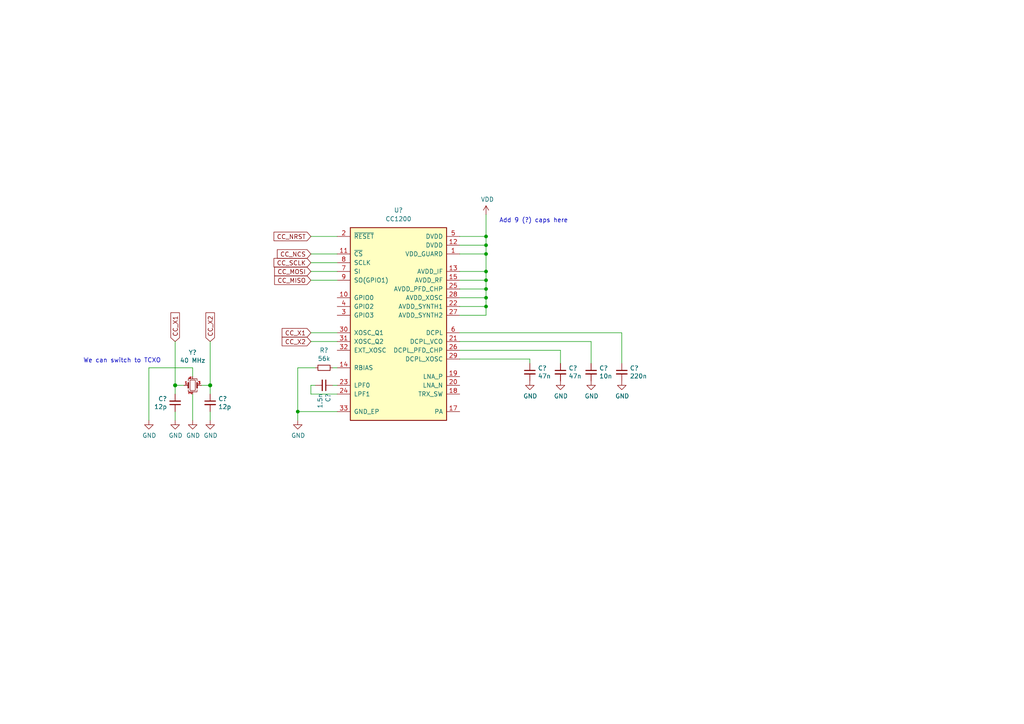
<source format=kicad_sch>
(kicad_sch (version 20211123) (generator eeschema)
  (paper "A4")
  (title_block (title "Mini17 - QRP M17 handheld") (date "2022-07-25") (rev "A") (company "M17 Project"))
  (lib_symbols
    (symbol "Device:Crystal_GND24_Small" (pin_names (offset 1.016) hide)
      (property "Reference" "Y" (at 1.27 4.445 0))
      (property "Value" "Crystal_GND24_Small" (at 1.27 2.54 0))
      (symbol "Crystal_GND24_Small_0_1"
        (rectangle (start -0.762 -1.524) (end 0.762 1.524))
        (polyline (pts (xy -1.27 -0.762) (xy -1.27 0.762)) (stroke (width 0.381)))
        (polyline (pts (xy 1.27 -0.762) (xy 1.27 0.762)) (stroke (width 0.381)))
        (polyline (pts (xy -1.27 -1.27) (xy -1.27 -1.905) (xy 1.27 -1.905) (xy 1.27 -1.27)))
        (polyline (pts (xy -1.27 1.27) (xy -1.27 1.905) (xy 1.27 1.905) (xy 1.27 1.27)))
      )
      (symbol "Crystal_GND24_Small_1_1"
        (pin passive line (at -2.54 0 0) (length 1.27) (name "1") (number "1"))
        (pin passive line (at 0 -2.54 90) (length 0.635) (name "2") (number "2"))
        (pin passive line (at 2.54 0 180) (length 1.27) (name "3") (number "3"))
        (pin passive line (at 0 2.54 270) (length 0.635) (name "4") (number "4"))
      )
    )
    (symbol "RF:CC1200" (pin_names (offset 1.016))
      (property "Reference" "U" (at -12.7 29.21 0))
      (property "Value" "CC1200" (at -10.16 -29.21 0))
      (symbol "CC1200_0_1"
        (rectangle (start -13.97 27.94) (end 13.97 -27.94) (stroke (width 0.254)) (fill (type background)))
      )
      (symbol "CC1200_1_1"
        (pin power_in line (at 17.78 20.32 180) (length 3.81) (name "VDD_GUARD") (number "1"))
        (pin bidirectional line (at -17.78 7.62 0) (length 3.81) (name "GPIO0") (number "10"))
        (pin input line (at -17.78 20.32 0) (length 3.81) (name "~{CS}") (number "11"))
        (pin power_in line (at 17.78 22.86 180) (length 3.81) (name "DVDD") (number "12"))
        (pin power_in line (at 17.78 15.24 180) (length 3.81) (name "AVDD_IF") (number "13"))
        (pin passive line (at -17.78 -12.7 0) (length 3.81) (name "RBIAS") (number "14"))
        (pin power_in line (at 17.78 12.7 180) (length 3.81) (name "AVDD_RF") (number "15"))
        (pin passive line (at 17.78 -25.4 180) (length 3.81) (name "PA") (number "17"))
        (pin passive line (at 17.78 -20.32 180) (length 3.81) (name "TRX_SW") (number "18"))
        (pin passive line (at 17.78 -15.24 180) (length 3.81) (name "LNA_P") (number "19"))
        (pin input line (at -17.78 25.4 0) (length 3.81) (name "~{RESET}") (number "2"))
        (pin passive line (at 17.78 -17.78 180) (length 3.81) (name "LNA_N") (number "20"))
        (pin power_out line (at 17.78 -5.08 180) (length 3.81) (name "DCPL_VCO") (number "21"))
        (pin power_in line (at 17.78 5.08 180) (length 3.81) (name "AVDD_SYNTH1") (number "22"))
        (pin passive line (at -17.78 -17.78 0) (length 3.81) (name "LPF0") (number "23"))
        (pin passive line (at -17.78 -20.32 0) (length 3.81) (name "LPF1") (number "24"))
        (pin power_in line (at 17.78 10.16 180) (length 3.81) (name "AVDD_PFD_CHP") (number "25"))
        (pin power_out line (at 17.78 -7.62 180) (length 3.81) (name "DCPL_PFD_CHP") (number "26"))
        (pin power_in line (at 17.78 2.54 180) (length 3.81) (name "AVDD_SYNTH2") (number "27"))
        (pin power_in line (at 17.78 7.62 180) (length 3.81) (name "AVDD_XOSC") (number "28"))
        (pin power_out line (at 17.78 -10.16 180) (length 3.81) (name "DCPL_XOSC") (number "29"))
        (pin bidirectional line (at -17.78 2.54 0) (length 3.81) (name "GPIO3") (number "3"))
        (pin passive line (at -17.78 -2.54 0) (length 3.81) (name "XOSC_Q1") (number "30"))
        (pin passive line (at -17.78 -5.08 0) (length 3.81) (name "XOSC_Q2") (number "31"))
        (pin input line (at -17.78 -7.62 0) (length 3.81) (name "EXT_XOSC") (number "32"))
        (pin power_in line (at -17.78 -25.4 0) (length 3.81) (name "GND_EP") (number "33"))
        (pin bidirectional line (at -17.78 5.08 0) (length 3.81) (name "GPIO2") (number "4"))
        (pin power_in line (at 17.78 25.4 180) (length 3.81) (name "DVDD") (number "5"))
        (pin power_out line (at 17.78 -2.54 180) (length 3.81) (name "DCPL") (number "6"))
        (pin input line (at -17.78 15.24 0) (length 3.81) (name "SI") (number "7"))
        (pin input line (at -17.78 17.78 0) (length 3.81) (name "SCLK") (number "8"))
        (pin bidirectional line (at -17.78 12.7 0) (length 3.81) (name "SO(GPIO1)") (number "9"))
      )
    )
    (symbol "pkl_device:pkl_C_Small" (pin_numbers hide) (pin_names (offset 0.254) hide)
      (property "Reference" "C" (at 0.254 1.778 0))
      (property "Value" "pkl_C_Small" (at 0.254 -2.032 0))
      (symbol "pkl_C_Small_0_1"
        (polyline (pts (xy -1.524 -0.508) (xy 1.524 -0.508)) (stroke (width 0.3302)))
        (polyline (pts (xy -1.524 0.508) (xy 1.524 0.508)) (stroke (width 0.3048)))
      )
      (symbol "pkl_C_Small_1_1"
        (pin passive line (at 0 2.54 270) (length 1.905) (name "~") (number "1"))
        (pin passive line (at 0 -2.54 90) (length 2.032) (name "~") (number "2"))
      )
    )
    (symbol "pkl_device:pkl_R_Small" (pin_numbers hide) (pin_names (offset 0.254) hide)
      (property "Reference" "R" (at 0.762 0.508 0))
      (property "Value" "pkl_R_Small" (at 0.762 -1.016 0))
      (symbol "pkl_R_Small_0_1"
        (rectangle (start -0.762 1.778) (end 0.762 -1.778) (stroke (width 0.2032)))
      )
      (symbol "pkl_R_Small_1_1"
        (pin passive line (at 0 2.54 270) (length 0.762) (name "~") (number "1"))
        (pin passive line (at 0 -2.54 90) (length 0.762) (name "~") (number "2"))
      )
    )
    (symbol "power:GND" (power) (pin_names (offset 0))
      (property "Value" "GND" (at 0 -3.81 0))
      (symbol "GND_0_1"
        (polyline (pts (xy 0 0) (xy 0 -1.27) (xy 1.27 -1.27) (xy 0 -2.54) (xy -1.27 -1.27) (xy 0 -1.27)))
      )
      (symbol "GND_1_1"
        (pin power_in line (at 0 0 270) (length 0) hide (name "GND") (number "1"))
      )
    )
    (symbol "power:VDD" (power) (pin_names (offset 0))
      (property "Value" "VDD" (at 0 3.81 0))
      (symbol "VDD_0_1"
        (polyline (pts (xy -0.762 1.27) (xy 0 2.54)))
        (polyline (pts (xy 0 0) (xy 0 2.54)))
        (polyline (pts (xy 0 2.54) (xy 0.762 1.27)))
      )
      (symbol "VDD_1_1"
        (pin power_in line (at 0 0 90) (length 0) hide (name "VDD") (number "1"))
      )
    )
  )
  (junction (at 140.97 78.74))
  (junction (at 140.97 71.12))
  (junction (at 140.97 88.9))
  (junction (at 60.96 111.76) (diameter 1.016))
  (junction (at 140.97 73.66))
  (junction (at 140.97 86.36))
  (junction (at 140.97 83.82))
  (junction (at 86.36 119.38))
  (junction (at 140.97 81.28))
  (junction (at 140.97 68.58))
  (junction (at 50.8 111.76) (diameter 1.016))
  (wire (pts (xy 140.97 73.66) (xy 140.97 78.74)))
  (wire (pts (xy 133.35 88.9) (xy 140.97 88.9)))
  (wire (pts (xy 50.8 114.3) (xy 50.8 111.76)))
  (wire (pts (xy 86.36 119.38) (xy 86.36 121.92)))
  (wire (pts (xy 133.35 86.36) (xy 140.97 86.36)))
  (wire (pts (xy 90.17 68.58) (xy 97.79 68.58)))
  (wire (pts (xy 133.35 83.82) (xy 140.97 83.82)))
  (wire (pts (xy 140.97 81.28) (xy 140.97 83.82)))
  (wire (pts (xy 90.17 76.2) (xy 97.79 76.2)))
  (wire (pts (xy 133.35 68.58) (xy 140.97 68.58)))
  (wire (pts (xy 55.88 109.22) (xy 55.88 106.68)))
  (wire (pts (xy 162.56 105.41) (xy 162.56 101.6)))
  (wire (pts (xy 86.36 106.68) (xy 86.36 119.38)))
  (wire (pts (xy 97.79 119.38) (xy 86.36 119.38)))
  (wire (pts (xy 50.8 111.76) (xy 53.34 111.76)))
  (wire (pts (xy 90.17 78.74) (xy 97.79 78.74)))
  (wire (pts (xy 133.35 71.12) (xy 140.97 71.12)))
  (wire (pts (xy 55.88 114.3) (xy 55.88 121.92)))
  (wire (pts (xy 153.67 104.14) (xy 153.67 105.41)))
  (wire (pts (xy 90.17 114.3) (xy 90.17 111.76)))
  (wire (pts (xy 96.52 106.68) (xy 97.79 106.68)))
  (wire (pts (xy 43.18 106.68) (xy 43.18 121.92)))
  (wire (pts (xy 140.97 88.9) (xy 140.97 91.44)))
  (wire (pts (xy 96.52 111.76) (xy 97.79 111.76)))
  (wire (pts (xy 133.35 99.06) (xy 171.45 99.06)))
  (wire (pts (xy 171.45 99.06) (xy 171.45 105.41)))
  (wire (pts (xy 133.35 91.44) (xy 140.97 91.44)))
  (wire (pts (xy 133.35 101.6) (xy 162.56 101.6)))
  (wire (pts (xy 140.97 71.12) (xy 140.97 73.66)))
  (wire (pts (xy 97.79 114.3) (xy 90.17 114.3)))
  (wire (pts (xy 50.8 99.06) (xy 50.8 111.76)))
  (wire (pts (xy 60.96 99.06) (xy 60.96 111.76)))
  (wire (pts (xy 140.97 62.23) (xy 140.97 68.58)))
  (wire (pts (xy 90.17 81.28) (xy 97.79 81.28)))
  (wire (pts (xy 60.96 119.38) (xy 60.96 121.92)))
  (wire (pts (xy 180.34 96.52) (xy 180.34 105.41)))
  (wire (pts (xy 133.35 81.28) (xy 140.97 81.28)))
  (wire (pts (xy 91.44 106.68) (xy 86.36 106.68)))
  (wire (pts (xy 140.97 68.58) (xy 140.97 71.12)))
  (wire (pts (xy 58.42 111.76) (xy 60.96 111.76)))
  (wire (pts (xy 90.17 111.76) (xy 91.44 111.76)))
  (wire (pts (xy 90.17 73.66) (xy 97.79 73.66)))
  (wire (pts (xy 140.97 78.74) (xy 140.97 81.28)))
  (wire (pts (xy 140.97 86.36) (xy 140.97 88.9)))
  (wire (pts (xy 55.88 106.68) (xy 43.18 106.68)))
  (wire (pts (xy 133.35 96.52) (xy 180.34 96.52)))
  (wire (pts (xy 90.17 99.06) (xy 97.79 99.06)))
  (wire (pts (xy 133.35 73.66) (xy 140.97 73.66)))
  (wire (pts (xy 133.35 104.14) (xy 153.67 104.14)))
  (wire (pts (xy 140.97 83.82) (xy 140.97 86.36)))
  (wire (pts (xy 60.96 111.76) (xy 60.96 114.3)))
  (wire (pts (xy 133.35 78.74) (xy 140.97 78.74)))
  (wire (pts (xy 50.8 119.38) (xy 50.8 121.92)))
  (wire (pts (xy 90.17 96.52) (xy 97.79 96.52)))
  (text "We can switch to TCXO" (at 24.13 105.41 0) (effects (font (size 1.27 1.27)) (justify left bottom)))
  (text "Add 9 (?) caps here" (at 144.78 64.77 0) (effects (font (size 1.27 1.27)) (justify left bottom)))
  (global_label "CC_X1" (shape input) (at 50.8 99.06 90) (property "Intersheet References" "${INTERSHEET_REFS}" (effects hide)))
  (global_label "CC_NCS" (shape input) (at 90.17 73.66 180) (property "Intersheet References" "${INTERSHEET_REFS}" (effects hide)))
  (global_label "CC_X2" (shape input) (at 60.96 99.06 90) (property "Intersheet References" "${INTERSHEET_REFS}" (effects hide)))
  (global_label "CC_X1" (shape input) (at 90.17 96.52 180) (property "Intersheet References" "${INTERSHEET_REFS}" (effects hide)))
  (global_label "CC_X2" (shape input) (at 90.17 99.06 180) (property "Intersheet References" "${INTERSHEET_REFS}" (effects hide)))
  (global_label "CC_MOSI" (shape input) (at 90.17 78.74 180) (property "Intersheet References" "${INTERSHEET_REFS}" (effects hide)))
  (global_label "CC_NRST" (shape input) (at 90.17 68.58 180) (property "Intersheet References" "${INTERSHEET_REFS}" (effects hide)))
  (global_label "CC_SCLK" (shape input) (at 90.17 76.2 180) (property "Intersheet References" "${INTERSHEET_REFS}" (effects hide)))
  (global_label "CC_MISO" (shape input) (at 90.17 81.28 180) (property "Intersheet References" "${INTERSHEET_REFS}" (effects hide)))
  (symbol (lib_id "RF:CC1200") (at 115.57 93.98 0) (unit 1)
    (property "Reference" "U?" (at 115.57 60.96 0))
    (property "Value" "CC1200" (at 115.57 63.5 0))
    (property "Footprint" "Package_DFN_QFN:QFN-32-1EP_5x5mm_P0.5mm_EP3.45x3.45mm" (effects hide))
    (property "Datasheet" "http://www.ti.com/lit/ds/symlink/cc1200.pdf" (effects hide))
  )
  (symbol (lib_id "Device:Crystal_GND24_Small") (at 55.88 111.76 0) (unit 1)
    (property "Reference" "Y?" (at 55.88 102.235 0))
    (property "Value" "40 MHz" (at 55.88 104.5464 0))
    (property "Footprint" "Crystal:Crystal_SMD_3225-4Pin_3.2x2.5mm" (effects hide))
  )
  (symbol (lib_id "power:GND") (at 50.8 121.92 0) (unit 1)
    (property "Reference" "#PWR?" (effects hide))
    (property "Value" "GND" (at 50.927 126.3142 0))
  )
  (symbol (lib_id "pkl_device:pkl_C_Small") (at 180.34 107.95 0) (unit 1)
    (property "Reference" "C?" (at 182.6768 106.7816 0) (effects (justify left)))
    (property "Value" "220n" (at 182.6768 109.093 0) (effects (justify left)))
    (property "Footprint" "pkl_dipol:C_0603" (effects hide))
  )
  (symbol (lib_id "pkl_device:pkl_C_Small") (at 153.67 107.95 0) (unit 1)
    (property "Reference" "C?" (at 156.0068 106.7816 0) (effects (justify left)))
    (property "Value" "47n" (at 156.0068 109.093 0) (effects (justify left)))
    (property "Footprint" "pkl_dipol:C_0603" (effects hide))
  )
  (symbol (lib_id "power:GND") (at 180.34 110.49 0) (unit 1)
    (property "Reference" "#PWR?" (effects hide))
    (property "Value" "GND" (at 180.467 114.8842 0))
  )
  (symbol (lib_id "power:GND") (at 43.18 121.92 0) (unit 1)
    (property "Reference" "#PWR?" (effects hide))
    (property "Value" "GND" (at 43.307 126.3142 0))
  )
  (symbol (lib_id "power:VDD") (at 140.97 62.23 0) (unit 1)
    (property "Reference" "#PWR?" (effects hide))
    (property "Value" "VDD" (at 141.351 57.8358 0))
  )
  (symbol (lib_id "power:GND") (at 153.67 110.49 0) (unit 1)
    (property "Reference" "#PWR?" (effects hide))
    (property "Value" "GND" (at 153.797 114.8842 0))
  )
  (symbol (lib_id "power:GND") (at 171.45 110.49 0) (unit 1)
    (property "Reference" "#PWR?" (effects hide))
    (property "Value" "GND" (at 171.577 114.8842 0))
  )
  (symbol (lib_id "pkl_device:pkl_C_Small") (at 171.45 107.95 0) (unit 1)
    (property "Reference" "C?" (at 173.7868 106.7816 0) (effects (justify left)))
    (property "Value" "10n" (at 173.7868 109.093 0) (effects (justify left)))
    (property "Footprint" "pkl_dipol:C_0603" (effects hide))
  )
  (symbol (lib_id "pkl_device:pkl_C_Small") (at 60.96 116.84 0) (unit 1)
    (property "Reference" "C?" (at 63.2968 115.6716 0) (effects (justify left)))
    (property "Value" "12p" (at 63.2968 117.983 0) (effects (justify left)))
    (property "Footprint" "pkl_dipol:C_0603" (effects hide))
  )
  (symbol (lib_id "pkl_device:pkl_R_Small") (at 93.98 106.68 270) (unit 1)
    (property "Reference" "R?" (at 93.98 101.6 90))
    (property "Value" "56k" (at 93.98 104.013 90))
    (property "Footprint" "pkl_dipol:R_0603" (effects hide))
  )
  (symbol (lib_id "power:GND") (at 55.88 121.92 0) (unit 1)
    (property "Reference" "#PWR?" (effects hide))
    (property "Value" "GND" (at 56.007 126.3142 0))
  )
  (symbol (lib_id "power:GND") (at 162.56 110.49 0) (unit 1)
    (property "Reference" "#PWR?" (effects hide))
    (property "Value" "GND" (at 162.687 114.8842 0))
  )
  (symbol (lib_id "power:GND") (at 60.96 121.92 0) (unit 1)
    (property "Reference" "#PWR?" (effects hide))
    (property "Value" "GND" (at 61.087 126.3142 0))
  )
  (symbol (lib_id "pkl_device:pkl_C_Small") (at 162.56 107.95 0) (unit 1)
    (property "Reference" "C?" (at 164.8968 106.7816 0) (effects (justify left)))
    (property "Value" "47n" (at 164.8968 109.093 0) (effects (justify left)))
    (property "Footprint" "pkl_dipol:C_0603" (effects hide))
  )
  (symbol (lib_id "pkl_device:pkl_C_Small") (at 93.98 111.76 270) (unit 1)
    (property "Reference" "C?" (at 95.1484 114.0968 0) (effects (justify left)))
    (property "Value" "1.5n" (at 92.837 114.0968 0) (effects (justify left)))
    (property "Footprint" "pkl_dipol:C_0603" (effects hide))
  )
  (symbol (lib_id "power:GND") (at 86.36 121.92 0) (unit 1)
    (property "Reference" "#PWR?" (effects hide))
    (property "Value" "GND" (at 86.487 126.3142 0))
  )
  (symbol (lib_id "pkl_device:pkl_C_Small") (at 50.8 116.84 0) (mirror x) (unit 1)
    (property "Reference" "C?" (at 48.4632 115.6716 0) (effects (justify right)))
    (property "Value" "12p" (at 48.4632 117.983 0) (effects (justify right)))
    (property "Footprint" "pkl_dipol:C_0603" (effects hide))
  )
)
</source>
